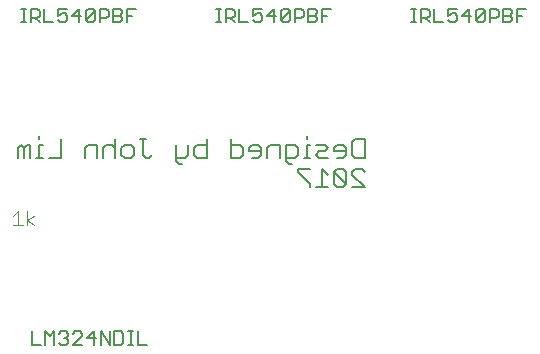
<source format=gbo>
G75*
%MOIN*%
%OFA0B0*%
%FSLAX25Y25*%
%IPPOS*%
%LPD*%
%AMOC8*
5,1,8,0,0,1.08239X$1,22.5*
%
%ADD10C,0.00500*%
%ADD11C,0.00400*%
D10*
X0038738Y0131683D02*
X0041741Y0131683D01*
X0043342Y0131683D02*
X0043342Y0136187D01*
X0044844Y0134686D01*
X0046345Y0136187D01*
X0046345Y0131683D01*
X0047946Y0132434D02*
X0048697Y0131683D01*
X0050198Y0131683D01*
X0050949Y0132434D01*
X0050949Y0133184D01*
X0050198Y0133935D01*
X0049448Y0133935D01*
X0050198Y0133935D02*
X0050949Y0134686D01*
X0050949Y0135436D01*
X0050198Y0136187D01*
X0048697Y0136187D01*
X0047946Y0135436D01*
X0052550Y0135436D02*
X0053301Y0136187D01*
X0054802Y0136187D01*
X0055553Y0135436D01*
X0055553Y0134686D01*
X0052550Y0131683D01*
X0055553Y0131683D01*
X0057154Y0133935D02*
X0060157Y0133935D01*
X0059406Y0131683D02*
X0059406Y0136187D01*
X0057154Y0133935D01*
X0061758Y0131683D02*
X0061758Y0136187D01*
X0064761Y0131683D01*
X0064761Y0136187D01*
X0066362Y0136187D02*
X0068614Y0136187D01*
X0069365Y0135436D01*
X0069365Y0132434D01*
X0068614Y0131683D01*
X0066362Y0131683D01*
X0066362Y0136187D01*
X0070966Y0136187D02*
X0072467Y0136187D01*
X0071717Y0136187D02*
X0071717Y0131683D01*
X0072467Y0131683D02*
X0070966Y0131683D01*
X0074035Y0131683D02*
X0077038Y0131683D01*
X0074035Y0131683D02*
X0074035Y0136187D01*
X0038738Y0136187D02*
X0038738Y0131683D01*
X0087940Y0192048D02*
X0088957Y0192048D01*
X0087940Y0192048D02*
X0086922Y0193066D01*
X0086922Y0198153D01*
X0086922Y0194083D02*
X0089975Y0194083D01*
X0090992Y0195101D01*
X0090992Y0198153D01*
X0092999Y0197136D02*
X0092999Y0195101D01*
X0094017Y0194083D01*
X0097070Y0194083D01*
X0097070Y0200188D01*
X0097070Y0198153D02*
X0094017Y0198153D01*
X0092999Y0197136D01*
X0105154Y0198153D02*
X0108206Y0198153D01*
X0109224Y0197136D01*
X0109224Y0195101D01*
X0108206Y0194083D01*
X0105154Y0194083D01*
X0105154Y0200188D01*
X0111231Y0197136D02*
X0111231Y0196118D01*
X0115301Y0196118D01*
X0115301Y0195101D02*
X0115301Y0197136D01*
X0114284Y0198153D01*
X0112248Y0198153D01*
X0111231Y0197136D01*
X0112248Y0194083D02*
X0114284Y0194083D01*
X0115301Y0195101D01*
X0117308Y0194083D02*
X0117308Y0197136D01*
X0118326Y0198153D01*
X0121378Y0198153D01*
X0121378Y0194083D01*
X0123385Y0194083D02*
X0126438Y0194083D01*
X0127455Y0195101D01*
X0127455Y0197136D01*
X0126438Y0198153D01*
X0123385Y0198153D01*
X0123385Y0193066D01*
X0124403Y0192048D01*
X0125420Y0192048D01*
X0127437Y0190288D02*
X0127437Y0189271D01*
X0131507Y0185201D01*
X0131507Y0184183D01*
X0133514Y0184183D02*
X0137584Y0184183D01*
X0135549Y0184183D02*
X0135549Y0190288D01*
X0137584Y0188253D01*
X0139591Y0189271D02*
X0139591Y0185201D01*
X0140609Y0184183D01*
X0142644Y0184183D01*
X0143661Y0185201D01*
X0139591Y0189271D01*
X0140609Y0190288D01*
X0142644Y0190288D01*
X0143661Y0189271D01*
X0143661Y0185201D01*
X0145668Y0184183D02*
X0149738Y0184183D01*
X0145668Y0188253D01*
X0145668Y0189271D01*
X0146686Y0190288D01*
X0148721Y0190288D01*
X0149738Y0189271D01*
X0149738Y0194083D02*
X0146686Y0194083D01*
X0145668Y0195101D01*
X0145668Y0199171D01*
X0146686Y0200188D01*
X0149738Y0200188D01*
X0149738Y0194083D01*
X0143661Y0195101D02*
X0143661Y0197136D01*
X0142644Y0198153D01*
X0140609Y0198153D01*
X0139591Y0197136D01*
X0139591Y0196118D01*
X0143661Y0196118D01*
X0143661Y0195101D02*
X0142644Y0194083D01*
X0140609Y0194083D01*
X0137584Y0194083D02*
X0134531Y0194083D01*
X0133514Y0195101D01*
X0134531Y0196118D01*
X0136567Y0196118D01*
X0137584Y0197136D01*
X0136567Y0198153D01*
X0133514Y0198153D01*
X0131507Y0198153D02*
X0130489Y0198153D01*
X0130489Y0194083D01*
X0129472Y0194083D02*
X0131507Y0194083D01*
X0131507Y0190288D02*
X0127437Y0190288D01*
X0130489Y0200188D02*
X0130489Y0201206D01*
X0131031Y0239183D02*
X0133282Y0239183D01*
X0134033Y0239934D01*
X0134033Y0240684D01*
X0133282Y0241435D01*
X0131031Y0241435D01*
X0129429Y0241435D02*
X0128679Y0240684D01*
X0126427Y0240684D01*
X0126427Y0239183D02*
X0126427Y0243687D01*
X0128679Y0243687D01*
X0129429Y0242936D01*
X0129429Y0241435D01*
X0131031Y0243687D02*
X0133282Y0243687D01*
X0134033Y0242936D01*
X0134033Y0242186D01*
X0133282Y0241435D01*
X0135634Y0241435D02*
X0137136Y0241435D01*
X0135634Y0243687D02*
X0138637Y0243687D01*
X0135634Y0243687D02*
X0135634Y0239183D01*
X0131031Y0239183D02*
X0131031Y0243687D01*
X0124825Y0242936D02*
X0124825Y0239934D01*
X0124075Y0239183D01*
X0122573Y0239183D01*
X0121823Y0239934D01*
X0124825Y0242936D01*
X0124075Y0243687D01*
X0122573Y0243687D01*
X0121823Y0242936D01*
X0121823Y0239934D01*
X0120221Y0241435D02*
X0117219Y0241435D01*
X0119471Y0243687D01*
X0119471Y0239183D01*
X0115617Y0239934D02*
X0115617Y0241435D01*
X0114867Y0242186D01*
X0114116Y0242186D01*
X0112615Y0241435D01*
X0112615Y0243687D01*
X0115617Y0243687D01*
X0115617Y0239934D02*
X0114867Y0239183D01*
X0113365Y0239183D01*
X0112615Y0239934D01*
X0111013Y0239183D02*
X0108011Y0239183D01*
X0108011Y0243687D01*
X0106410Y0242936D02*
X0106410Y0241435D01*
X0105659Y0240684D01*
X0103407Y0240684D01*
X0103407Y0239183D02*
X0103407Y0243687D01*
X0105659Y0243687D01*
X0106410Y0242936D01*
X0104908Y0240684D02*
X0106410Y0239183D01*
X0101839Y0239183D02*
X0100338Y0239183D01*
X0101088Y0239183D02*
X0101088Y0243687D01*
X0100338Y0243687D02*
X0101839Y0243687D01*
X0073637Y0243687D02*
X0070634Y0243687D01*
X0070634Y0239183D01*
X0069033Y0239934D02*
X0068282Y0239183D01*
X0066031Y0239183D01*
X0066031Y0243687D01*
X0068282Y0243687D01*
X0069033Y0242936D01*
X0069033Y0242186D01*
X0068282Y0241435D01*
X0066031Y0241435D01*
X0064429Y0241435D02*
X0063679Y0240684D01*
X0061427Y0240684D01*
X0061427Y0239183D02*
X0061427Y0243687D01*
X0063679Y0243687D01*
X0064429Y0242936D01*
X0064429Y0241435D01*
X0068282Y0241435D02*
X0069033Y0240684D01*
X0069033Y0239934D01*
X0070634Y0241435D02*
X0072136Y0241435D01*
X0059825Y0242936D02*
X0059825Y0239934D01*
X0059075Y0239183D01*
X0057573Y0239183D01*
X0056823Y0239934D01*
X0059825Y0242936D01*
X0059075Y0243687D01*
X0057573Y0243687D01*
X0056823Y0242936D01*
X0056823Y0239934D01*
X0055221Y0241435D02*
X0052219Y0241435D01*
X0054471Y0243687D01*
X0054471Y0239183D01*
X0050617Y0239934D02*
X0049867Y0239183D01*
X0048365Y0239183D01*
X0047615Y0239934D01*
X0047615Y0241435D02*
X0049116Y0242186D01*
X0049867Y0242186D01*
X0050617Y0241435D01*
X0050617Y0239934D01*
X0047615Y0241435D02*
X0047615Y0243687D01*
X0050617Y0243687D01*
X0046013Y0239183D02*
X0043011Y0239183D01*
X0043011Y0243687D01*
X0041410Y0242936D02*
X0041410Y0241435D01*
X0040659Y0240684D01*
X0038407Y0240684D01*
X0038407Y0239183D02*
X0038407Y0243687D01*
X0040659Y0243687D01*
X0041410Y0242936D01*
X0039908Y0240684D02*
X0041410Y0239183D01*
X0036839Y0239183D02*
X0035338Y0239183D01*
X0036088Y0239183D02*
X0036088Y0243687D01*
X0035338Y0243687D02*
X0036839Y0243687D01*
X0041357Y0201206D02*
X0041357Y0200188D01*
X0041357Y0198153D02*
X0041357Y0194083D01*
X0040340Y0194083D02*
X0042375Y0194083D01*
X0044382Y0194083D02*
X0048452Y0194083D01*
X0048452Y0200188D01*
X0042375Y0198153D02*
X0041357Y0198153D01*
X0038323Y0198153D02*
X0038323Y0194083D01*
X0036288Y0194083D02*
X0036288Y0197136D01*
X0035271Y0198153D01*
X0034253Y0197136D01*
X0034253Y0194083D01*
X0036288Y0197136D02*
X0037306Y0198153D01*
X0038323Y0198153D01*
X0056536Y0197136D02*
X0056536Y0194083D01*
X0056536Y0197136D02*
X0057554Y0198153D01*
X0060606Y0198153D01*
X0060606Y0194083D01*
X0062613Y0194083D02*
X0062613Y0197136D01*
X0063631Y0198153D01*
X0065666Y0198153D01*
X0066684Y0197136D01*
X0068691Y0197136D02*
X0068691Y0195101D01*
X0069708Y0194083D01*
X0071743Y0194083D01*
X0072761Y0195101D01*
X0072761Y0197136D01*
X0071743Y0198153D01*
X0069708Y0198153D01*
X0068691Y0197136D01*
X0066684Y0200188D02*
X0066684Y0194083D01*
X0075785Y0195101D02*
X0075785Y0200188D01*
X0074768Y0200188D02*
X0076803Y0200188D01*
X0075785Y0195101D02*
X0076803Y0194083D01*
X0077820Y0194083D01*
X0078838Y0195101D01*
X0165338Y0239183D02*
X0166839Y0239183D01*
X0166088Y0239183D02*
X0166088Y0243687D01*
X0165338Y0243687D02*
X0166839Y0243687D01*
X0168407Y0243687D02*
X0170659Y0243687D01*
X0171410Y0242936D01*
X0171410Y0241435D01*
X0170659Y0240684D01*
X0168407Y0240684D01*
X0168407Y0239183D02*
X0168407Y0243687D01*
X0169908Y0240684D02*
X0171410Y0239183D01*
X0173011Y0239183D02*
X0173011Y0243687D01*
X0173011Y0239183D02*
X0176013Y0239183D01*
X0177615Y0239934D02*
X0178365Y0239183D01*
X0179867Y0239183D01*
X0180617Y0239934D01*
X0180617Y0241435D01*
X0179867Y0242186D01*
X0179116Y0242186D01*
X0177615Y0241435D01*
X0177615Y0243687D01*
X0180617Y0243687D01*
X0182219Y0241435D02*
X0185221Y0241435D01*
X0186823Y0239934D02*
X0186823Y0242936D01*
X0187573Y0243687D01*
X0189075Y0243687D01*
X0189825Y0242936D01*
X0186823Y0239934D01*
X0187573Y0239183D01*
X0189075Y0239183D01*
X0189825Y0239934D01*
X0189825Y0242936D01*
X0191427Y0243687D02*
X0193679Y0243687D01*
X0194429Y0242936D01*
X0194429Y0241435D01*
X0193679Y0240684D01*
X0191427Y0240684D01*
X0191427Y0239183D02*
X0191427Y0243687D01*
X0196031Y0243687D02*
X0196031Y0239183D01*
X0198282Y0239183D01*
X0199033Y0239934D01*
X0199033Y0240684D01*
X0198282Y0241435D01*
X0196031Y0241435D01*
X0198282Y0241435D02*
X0199033Y0242186D01*
X0199033Y0242936D01*
X0198282Y0243687D01*
X0196031Y0243687D01*
X0200634Y0243687D02*
X0200634Y0239183D01*
X0200634Y0241435D02*
X0202136Y0241435D01*
X0200634Y0243687D02*
X0203637Y0243687D01*
X0184471Y0243687D02*
X0184471Y0239183D01*
X0182219Y0241435D02*
X0184471Y0243687D01*
D11*
X0039594Y0174702D02*
X0037292Y0173168D01*
X0039594Y0171633D01*
X0037292Y0171633D02*
X0037292Y0176237D01*
X0034223Y0176237D02*
X0034223Y0171633D01*
X0032688Y0171633D02*
X0035758Y0171633D01*
X0032688Y0174702D02*
X0034223Y0176237D01*
M02*

</source>
